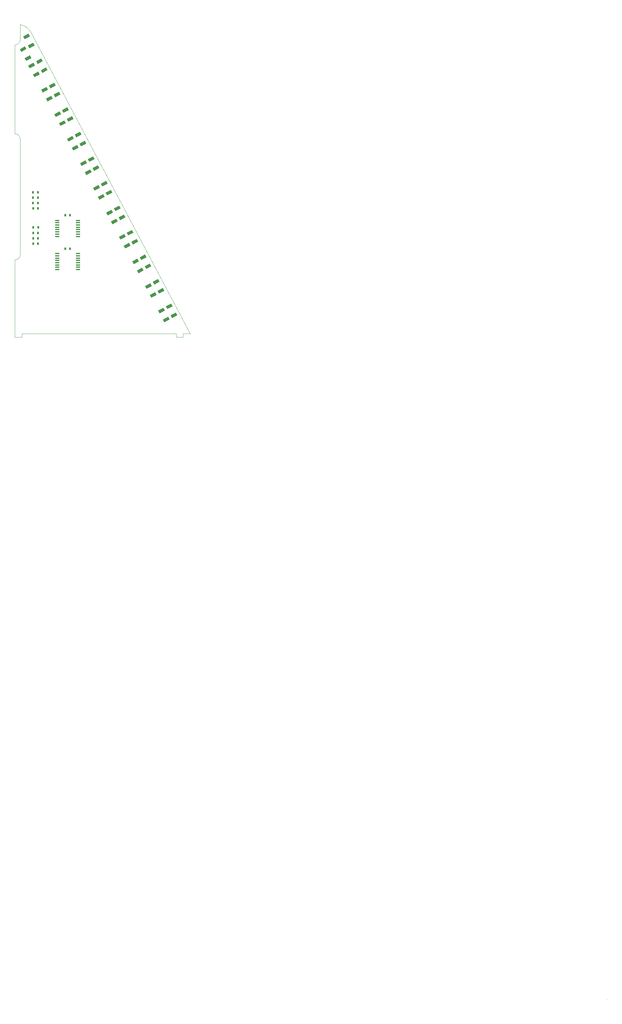
<source format=gtp>
%TF.GenerationSoftware,KiCad,Pcbnew,(5.1.6-0-10_14)*%
%TF.CreationDate,2020-10-15T13:56:33+02:00*%
%TF.ProjectId,nowae031,6e6f7761-6530-4333-912e-6b696361645f,0*%
%TF.SameCoordinates,Original*%
%TF.FileFunction,Paste,Top*%
%TF.FilePolarity,Positive*%
%FSLAX46Y46*%
G04 Gerber Fmt 4.6, Leading zero omitted, Abs format (unit mm)*
G04 Created by KiCad (PCBNEW (5.1.6-0-10_14)) date 2020-10-15 13:56:33*
%MOMM*%
%LPD*%
G01*
G04 APERTURE LIST*
%TA.AperFunction,Profile*%
%ADD10C,0.050000*%
%TD*%
%TA.AperFunction,Profile*%
%ADD11C,0.200000*%
%TD*%
%ADD12C,0.100000*%
%ADD13R,0.600000X0.800000*%
%ADD14R,1.250000X0.350000*%
G04 APERTURE END LIST*
D10*
X101490000Y-45190000D02*
G75*
G02*
X99990000Y-46690000I-1500000J0D01*
G01*
X99990000Y-72000000D02*
G75*
G02*
X101490000Y-73500000I0J-1500000D01*
G01*
X99990000Y-72000000D02*
X99990000Y-46690000D01*
X100000000Y-130000000D02*
X100000000Y-108000000D01*
X101500000Y-106500000D02*
G75*
G02*
X100000000Y-108000000I-1500000J0D01*
G01*
X101490000Y-73500000D02*
X101500000Y-106500000D01*
X101499908Y-40830540D02*
X101490000Y-45190000D01*
X101499908Y-40830540D02*
G75*
G02*
X104449999Y-42900001I-709908J-4149460D01*
G01*
X104449243Y-42900000D02*
X150000000Y-129000000D01*
X148000000Y-129000000D02*
X150000000Y-129000000D01*
X148000000Y-130000000D02*
X148000000Y-129000000D01*
X146000000Y-130000000D02*
X148000000Y-130000000D01*
X146000000Y-129000000D02*
X146000000Y-130000000D01*
X102000000Y-129000000D02*
X146000000Y-129000000D01*
X102000000Y-130000000D02*
X102000000Y-129000000D01*
X100000000Y-130000000D02*
X102000000Y-130000000D01*
D11*
X268944859Y-318881889D02*
X268944859Y-318881889D01*
D12*
%TO.C,R113*%
G36*
X122307498Y-87421450D02*
G01*
X123808509Y-86623349D01*
X124231034Y-87418002D01*
X122730023Y-88216103D01*
X122307498Y-87421450D01*
G37*
G36*
X123668966Y-89981998D02*
G01*
X125169977Y-89183897D01*
X125592502Y-89978550D01*
X124091491Y-90776651D01*
X123668966Y-89981998D01*
G37*
%TD*%
D13*
%TO.C,C101*%
X115750000Y-95250000D03*
X114350000Y-95250000D03*
%TD*%
%TO.C,C102*%
X114350000Y-104750000D03*
X115750000Y-104750000D03*
%TD*%
D12*
%TO.C,DL101*%
G36*
X103688232Y-46801724D02*
G01*
X105189243Y-46003623D01*
X105611768Y-46798276D01*
X104110757Y-47596377D01*
X103688232Y-46801724D01*
G37*
G36*
X102326764Y-44241176D02*
G01*
X103827775Y-43443075D01*
X104250300Y-44237728D01*
X102749289Y-45035829D01*
X102326764Y-44241176D01*
G37*
%TD*%
%TO.C,DL103*%
G36*
X107399700Y-53862272D02*
G01*
X108900711Y-53064171D01*
X109323236Y-53858824D01*
X107822225Y-54656925D01*
X107399700Y-53862272D01*
G37*
G36*
X106038232Y-51301724D02*
G01*
X107539243Y-50503623D01*
X107961768Y-51298276D01*
X106460757Y-52096377D01*
X106038232Y-51301724D01*
G37*
%TD*%
%TO.C,DL105*%
G36*
X111088232Y-60801724D02*
G01*
X112589243Y-60003623D01*
X113011768Y-60798276D01*
X111510757Y-61596377D01*
X111088232Y-60801724D01*
G37*
G36*
X109726764Y-58241176D02*
G01*
X111227775Y-57443075D01*
X111650300Y-58237728D01*
X110149289Y-59035829D01*
X109726764Y-58241176D01*
G37*
%TD*%
%TO.C,DL107*%
G36*
X114818966Y-67781998D02*
G01*
X116319977Y-66983897D01*
X116742502Y-67778550D01*
X115241491Y-68576651D01*
X114818966Y-67781998D01*
G37*
G36*
X113457498Y-65221450D02*
G01*
X114958509Y-64423349D01*
X115381034Y-65218002D01*
X113880023Y-66016103D01*
X113457498Y-65221450D01*
G37*
%TD*%
%TO.C,DL109*%
G36*
X118468966Y-74781998D02*
G01*
X119969977Y-73983897D01*
X120392502Y-74778550D01*
X118891491Y-75576651D01*
X118468966Y-74781998D01*
G37*
G36*
X117107498Y-72221450D02*
G01*
X118608509Y-71423349D01*
X119031034Y-72218002D01*
X117530023Y-73016103D01*
X117107498Y-72221450D01*
G37*
%TD*%
%TO.C,DL111*%
G36*
X122168966Y-81781998D02*
G01*
X123669977Y-80983897D01*
X124092502Y-81778550D01*
X122591491Y-82576651D01*
X122168966Y-81781998D01*
G37*
G36*
X120807498Y-79221450D02*
G01*
X122308509Y-78423349D01*
X122731034Y-79218002D01*
X121230023Y-80016103D01*
X120807498Y-79221450D01*
G37*
%TD*%
%TO.C,DL113*%
G36*
X125868966Y-88781998D02*
G01*
X127369977Y-87983897D01*
X127792502Y-88778550D01*
X126291491Y-89576651D01*
X125868966Y-88781998D01*
G37*
G36*
X124507498Y-86221450D02*
G01*
X126008509Y-85423349D01*
X126431034Y-86218002D01*
X124930023Y-87016103D01*
X124507498Y-86221450D01*
G37*
%TD*%
%TO.C,DL115*%
G36*
X129618966Y-95831998D02*
G01*
X131119977Y-95033897D01*
X131542502Y-95828550D01*
X130041491Y-96626651D01*
X129618966Y-95831998D01*
G37*
G36*
X128257498Y-93271450D02*
G01*
X129758509Y-92473349D01*
X130181034Y-93268002D01*
X128680023Y-94066103D01*
X128257498Y-93271450D01*
G37*
%TD*%
%TO.C,DL117*%
G36*
X133268966Y-102781998D02*
G01*
X134769977Y-101983897D01*
X135192502Y-102778550D01*
X133691491Y-103576651D01*
X133268966Y-102781998D01*
G37*
G36*
X131907498Y-100221450D02*
G01*
X133408509Y-99423349D01*
X133831034Y-100218002D01*
X132330023Y-101016103D01*
X131907498Y-100221450D01*
G37*
%TD*%
%TO.C,DL119*%
G36*
X137018966Y-109781998D02*
G01*
X138519977Y-108983897D01*
X138942502Y-109778550D01*
X137441491Y-110576651D01*
X137018966Y-109781998D01*
G37*
G36*
X135657498Y-107221450D02*
G01*
X137158509Y-106423349D01*
X137581034Y-107218002D01*
X136080023Y-108016103D01*
X135657498Y-107221450D01*
G37*
%TD*%
%TO.C,DL121*%
G36*
X140718966Y-116781998D02*
G01*
X142219977Y-115983897D01*
X142642502Y-116778550D01*
X141141491Y-117576651D01*
X140718966Y-116781998D01*
G37*
G36*
X139357498Y-114221450D02*
G01*
X140858509Y-113423349D01*
X141281034Y-114218002D01*
X139780023Y-115016103D01*
X139357498Y-114221450D01*
G37*
%TD*%
%TO.C,DL123*%
G36*
X144418966Y-123781998D02*
G01*
X145919977Y-122983897D01*
X146342502Y-123778550D01*
X144841491Y-124576651D01*
X144418966Y-123781998D01*
G37*
G36*
X143057498Y-121221450D02*
G01*
X144558509Y-120423349D01*
X144981034Y-121218002D01*
X143480023Y-122016103D01*
X143057498Y-121221450D01*
G37*
%TD*%
%TO.C,R101*%
G36*
X101388232Y-47851724D02*
G01*
X102889243Y-47053623D01*
X103311768Y-47848276D01*
X101810757Y-48646377D01*
X101388232Y-47851724D01*
G37*
G36*
X102749700Y-50412272D02*
G01*
X104250711Y-49614171D01*
X104673236Y-50408824D01*
X103172225Y-51206925D01*
X102749700Y-50412272D01*
G37*
%TD*%
%TO.C,R103*%
G36*
X103807498Y-52521450D02*
G01*
X105308509Y-51723349D01*
X105731034Y-52518002D01*
X104230023Y-53316103D01*
X103807498Y-52521450D01*
G37*
G36*
X105168966Y-55081998D02*
G01*
X106669977Y-54283897D01*
X107092502Y-55078550D01*
X105591491Y-55876651D01*
X105168966Y-55081998D01*
G37*
%TD*%
%TO.C,R105*%
G36*
X107507498Y-59421450D02*
G01*
X109008509Y-58623349D01*
X109431034Y-59418002D01*
X107930023Y-60216103D01*
X107507498Y-59421450D01*
G37*
G36*
X108868966Y-61981998D02*
G01*
X110369977Y-61183897D01*
X110792502Y-61978550D01*
X109291491Y-62776651D01*
X108868966Y-61981998D01*
G37*
%TD*%
%TO.C,R107*%
G36*
X111257498Y-66421450D02*
G01*
X112758509Y-65623349D01*
X113181034Y-66418002D01*
X111680023Y-67216103D01*
X111257498Y-66421450D01*
G37*
G36*
X112618966Y-68981998D02*
G01*
X114119977Y-68183897D01*
X114542502Y-68978550D01*
X113041491Y-69776651D01*
X112618966Y-68981998D01*
G37*
%TD*%
%TO.C,R109*%
G36*
X114907498Y-73421450D02*
G01*
X116408509Y-72623349D01*
X116831034Y-73418002D01*
X115330023Y-74216103D01*
X114907498Y-73421450D01*
G37*
G36*
X116268966Y-75981998D02*
G01*
X117769977Y-75183897D01*
X118192502Y-75978550D01*
X116691491Y-76776651D01*
X116268966Y-75981998D01*
G37*
%TD*%
%TO.C,R111*%
G36*
X118613235Y-80396450D02*
G01*
X120114246Y-79598349D01*
X120536771Y-80393002D01*
X119035760Y-81191103D01*
X118613235Y-80396450D01*
G37*
G36*
X119974703Y-82956998D02*
G01*
X121475714Y-82158897D01*
X121898239Y-82953550D01*
X120397228Y-83751651D01*
X119974703Y-82956998D01*
G37*
%TD*%
%TO.C,R115*%
G36*
X126057498Y-94471450D02*
G01*
X127558509Y-93673349D01*
X127981034Y-94468002D01*
X126480023Y-95266103D01*
X126057498Y-94471450D01*
G37*
G36*
X127418966Y-97031998D02*
G01*
X128919977Y-96233897D01*
X129342502Y-97028550D01*
X127841491Y-97826651D01*
X127418966Y-97031998D01*
G37*
%TD*%
%TO.C,R117*%
G36*
X129707498Y-101371450D02*
G01*
X131208509Y-100573349D01*
X131631034Y-101368002D01*
X130130023Y-102166103D01*
X129707498Y-101371450D01*
G37*
G36*
X131068966Y-103931998D02*
G01*
X132569977Y-103133897D01*
X132992502Y-103928550D01*
X131491491Y-104726651D01*
X131068966Y-103931998D01*
G37*
%TD*%
%TO.C,R119*%
G36*
X133457498Y-108421450D02*
G01*
X134958509Y-107623349D01*
X135381034Y-108418002D01*
X133880023Y-109216103D01*
X133457498Y-108421450D01*
G37*
G36*
X134818966Y-110981998D02*
G01*
X136319977Y-110183897D01*
X136742502Y-110978550D01*
X135241491Y-111776651D01*
X134818966Y-110981998D01*
G37*
%TD*%
%TO.C,R121*%
G36*
X137157498Y-115421450D02*
G01*
X138658509Y-114623349D01*
X139081034Y-115418002D01*
X137580023Y-116216103D01*
X137157498Y-115421450D01*
G37*
G36*
X138518966Y-117981998D02*
G01*
X140019977Y-117183897D01*
X140442502Y-117978550D01*
X138941491Y-118776651D01*
X138518966Y-117981998D01*
G37*
%TD*%
%TO.C,R123*%
G36*
X140857498Y-122421450D02*
G01*
X142358509Y-121623349D01*
X142781034Y-122418002D01*
X141280023Y-123216103D01*
X140857498Y-122421450D01*
G37*
G36*
X142218966Y-124981998D02*
G01*
X143719977Y-124183897D01*
X144142502Y-124978550D01*
X142641491Y-125776651D01*
X142218966Y-124981998D01*
G37*
%TD*%
D14*
%TO.C,U101*%
X112100000Y-96725000D03*
X112100000Y-97375000D03*
X112100000Y-98025000D03*
X112100000Y-98675000D03*
X112100000Y-99325000D03*
X112100000Y-99975000D03*
X112100000Y-100625000D03*
X118000000Y-100625000D03*
X118000000Y-99975000D03*
X118000000Y-99325000D03*
X118000000Y-98675000D03*
X118000000Y-98025000D03*
X118000000Y-97375000D03*
X118000000Y-96725000D03*
X112100000Y-101275000D03*
X118000000Y-101275000D03*
%TD*%
%TO.C,U102*%
X112100000Y-106175000D03*
X112100000Y-106825000D03*
X112100000Y-107475000D03*
X112100000Y-108125000D03*
X112100000Y-108775000D03*
X112100000Y-109425000D03*
X112100000Y-110075000D03*
X118000000Y-110075000D03*
X118000000Y-109425000D03*
X118000000Y-108775000D03*
X118000000Y-108125000D03*
X118000000Y-107475000D03*
X118000000Y-106825000D03*
X118000000Y-106175000D03*
X112100000Y-110725000D03*
X118000000Y-110725000D03*
%TD*%
D13*
%TO.C,R125*%
X106560000Y-88710000D03*
X105160000Y-88710000D03*
%TD*%
%TO.C,R126*%
X105170000Y-90250000D03*
X106570000Y-90250000D03*
%TD*%
%TO.C,R127*%
X106570000Y-91770000D03*
X105170000Y-91770000D03*
%TD*%
%TO.C,R128*%
X105180000Y-93290000D03*
X106580000Y-93290000D03*
%TD*%
%TO.C,R129*%
X106620000Y-98720000D03*
X105220000Y-98720000D03*
%TD*%
%TO.C,R130*%
X105210000Y-100270000D03*
X106610000Y-100270000D03*
%TD*%
%TO.C,R131*%
X106610000Y-101820000D03*
X105210000Y-101820000D03*
%TD*%
%TO.C,R132*%
X105210000Y-103320000D03*
X106610000Y-103320000D03*
%TD*%
M02*

</source>
